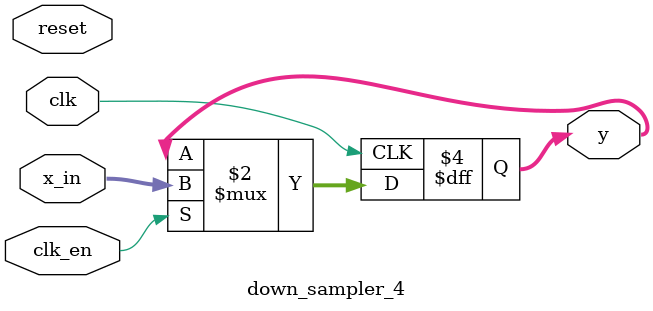
<source format=v>
module down_sampler_4(input clk,
	input reset,
	input clk_en,
	input signed [17:0] x_in,
	output reg signed [17:0] y
);

reg sampler;
reg [1:0] counter;



// always @ *
//     case(counter)
//     2'b00: sampler <= 1;
//     default: sampler <= 0;
//     endcase

// always @ (posedge clk)
// begin
//     if (reset)
//         counter <= 0;
//     else
//         counter = counter + 1'b1;
// end
/// remove this for board implementation

 ///
always @ (posedge clk)
if(clk_en)
    y <= x_in;

endmodule
</source>
